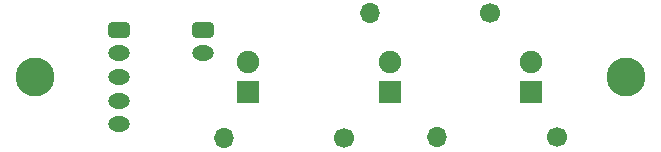
<source format=gbr>
%TF.GenerationSoftware,KiCad,Pcbnew,(6.0.9)*%
%TF.CreationDate,2023-05-10T13:01:55+05:30*%
%TF.ProjectId,Input_Panel(V2.0),496e7075-745f-4506-916e-656c2856322e,rev?*%
%TF.SameCoordinates,Original*%
%TF.FileFunction,Soldermask,Bot*%
%TF.FilePolarity,Negative*%
%FSLAX46Y46*%
G04 Gerber Fmt 4.6, Leading zero omitted, Abs format (unit mm)*
G04 Created by KiCad (PCBNEW (6.0.9)) date 2023-05-10 13:01:55*
%MOMM*%
%LPD*%
G01*
G04 APERTURE LIST*
G04 Aperture macros list*
%AMRoundRect*
0 Rectangle with rounded corners*
0 $1 Rounding radius*
0 $2 $3 $4 $5 $6 $7 $8 $9 X,Y pos of 4 corners*
0 Add a 4 corners polygon primitive as box body*
4,1,4,$2,$3,$4,$5,$6,$7,$8,$9,$2,$3,0*
0 Add four circle primitives for the rounded corners*
1,1,$1+$1,$2,$3*
1,1,$1+$1,$4,$5*
1,1,$1+$1,$6,$7*
1,1,$1+$1,$8,$9*
0 Add four rect primitives between the rounded corners*
20,1,$1+$1,$2,$3,$4,$5,0*
20,1,$1+$1,$4,$5,$6,$7,0*
20,1,$1+$1,$6,$7,$8,$9,0*
20,1,$1+$1,$8,$9,$2,$3,0*%
G04 Aperture macros list end*
%ADD10RoundRect,0.300000X-0.625000X0.350000X-0.625000X-0.350000X0.625000X-0.350000X0.625000X0.350000X0*%
%ADD11O,1.850000X1.300000*%
%ADD12C,3.300000*%
%ADD13C,1.700000*%
%ADD14O,1.700000X1.700000*%
%ADD15RoundRect,0.050000X0.900000X-0.900000X0.900000X0.900000X-0.900000X0.900000X-0.900000X-0.900000X0*%
%ADD16C,1.900000*%
G04 APERTURE END LIST*
D10*
%TO.C,J1*%
X10550000Y-4000000D03*
D11*
X10550000Y-6000000D03*
X10550000Y-8000000D03*
X10550000Y-10000000D03*
X10550000Y-12000000D03*
%TD*%
D10*
%TO.C,J2*%
X17700000Y-4000000D03*
D11*
X17700000Y-6000000D03*
%TD*%
D12*
%TO.C,H2*%
X53500000Y-8000000D03*
%TD*%
%TO.C,H1*%
X3500000Y-8000000D03*
%TD*%
D13*
%TO.C,R3*%
X29680000Y-13200000D03*
D14*
X19520000Y-13200000D03*
%TD*%
D15*
%TO.C,D3*%
X33500000Y-9275000D03*
D16*
X33500000Y-6735000D03*
%TD*%
D13*
%TO.C,R2*%
X47700000Y-13100000D03*
D14*
X37540000Y-13100000D03*
%TD*%
D15*
%TO.C,D4*%
X45500000Y-9275000D03*
D16*
X45500000Y-6735000D03*
%TD*%
D13*
%TO.C,R4*%
X42000000Y-2600000D03*
D14*
X31840000Y-2600000D03*
%TD*%
D15*
%TO.C,D2*%
X21500000Y-9275000D03*
D16*
X21500000Y-6735000D03*
%TD*%
M02*

</source>
